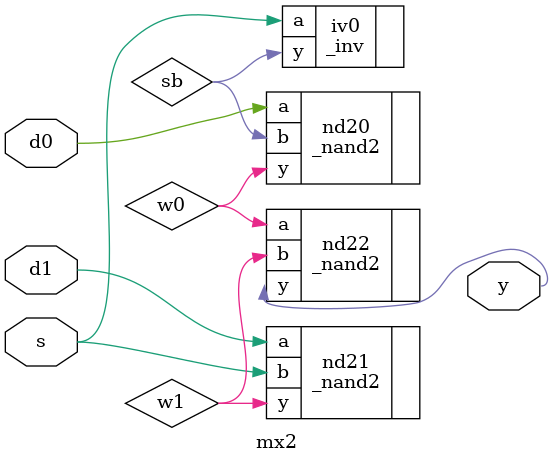
<source format=v>
module mx2(d0,d1,s,y); // create Mux Module

	input d0,d1,s; // 1bit input signal d0,d1,s
	wire w0,w1,sb; // wire w0,w1,sb create
	output y;//1 bit output signal y
	
	/*module instance and mapping*/
	_inv iv0(.a(s), .y(sb));            //  create iv0 gate module based on _inv ,dot operation named mapping
	
	_nand2 nd20 (.a(d0), .b(sb), .y(w0)); // create nd20 gate module based on _nand2 nd20		
	_nand2 nd21 (.a(d1), .b(s), .y(w1)); //create nd20 gate module based on _nand2 nd21	
	_nand2 nd22 (.a(w0), .b(w1), .y(y)); // create nd20 gate module based on _nand2 nd22	
	
endmodule // finish definite module

</source>
